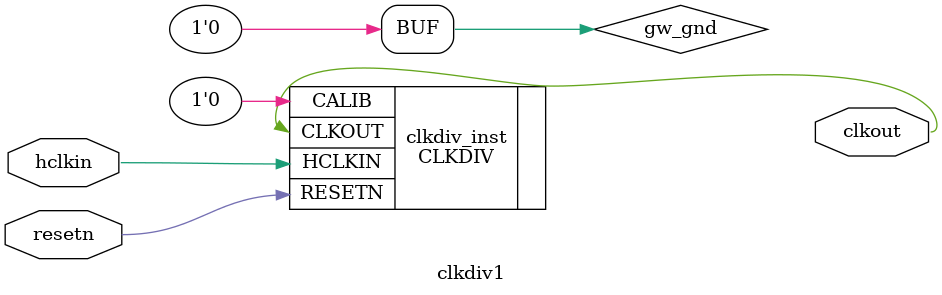
<source format=v>

module clkdiv1 (clkout, hclkin, resetn);

output clkout;
input hclkin;
input resetn;

wire gw_gnd;

assign gw_gnd = 1'b0;

CLKDIV clkdiv_inst (
    .CLKOUT(clkout),
    .HCLKIN(hclkin),
    .RESETN(resetn),
    .CALIB(gw_gnd)
);

defparam clkdiv_inst.DIV_MODE = "5";
defparam clkdiv_inst.GSREN = "false";

endmodule //clkdiv1

</source>
